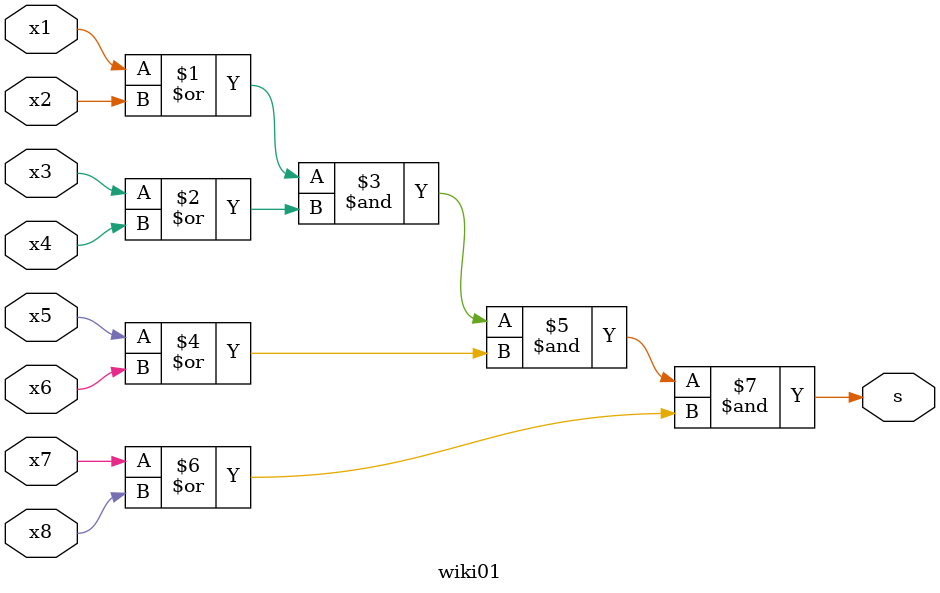
<source format=v>
module wiki01 ( x1, x2, x3, x4, x5, x6, x7, x8, s);
  input  x1, x3, x5, x7, x2, x4, x6, x8;
  output s;

  assign s = ( x1 | x2 ) & ( x3 | x4 ) & ( x5 | x6 ) & ( x7 | x8 );
endmodule



</source>
